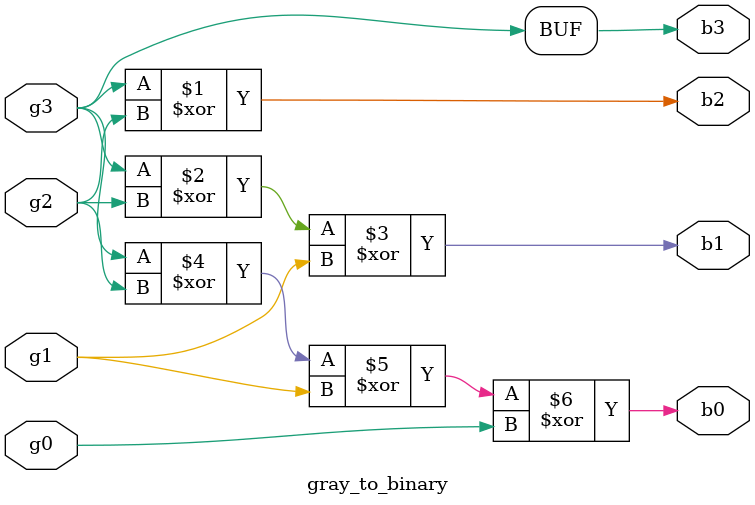
<source format=v>
module gray_to_binary(b0,b1,b2,b3,g0,g1,g2,g3);
output b0,b1,b2,b3;
input g0,g1,g2,g3;

assign b3 = g3;
xor(b2, g3, g2);
xor(b1, g3, g2, g1);
xor(b0, g3, g2, g1, g0);

endmodule
</source>
